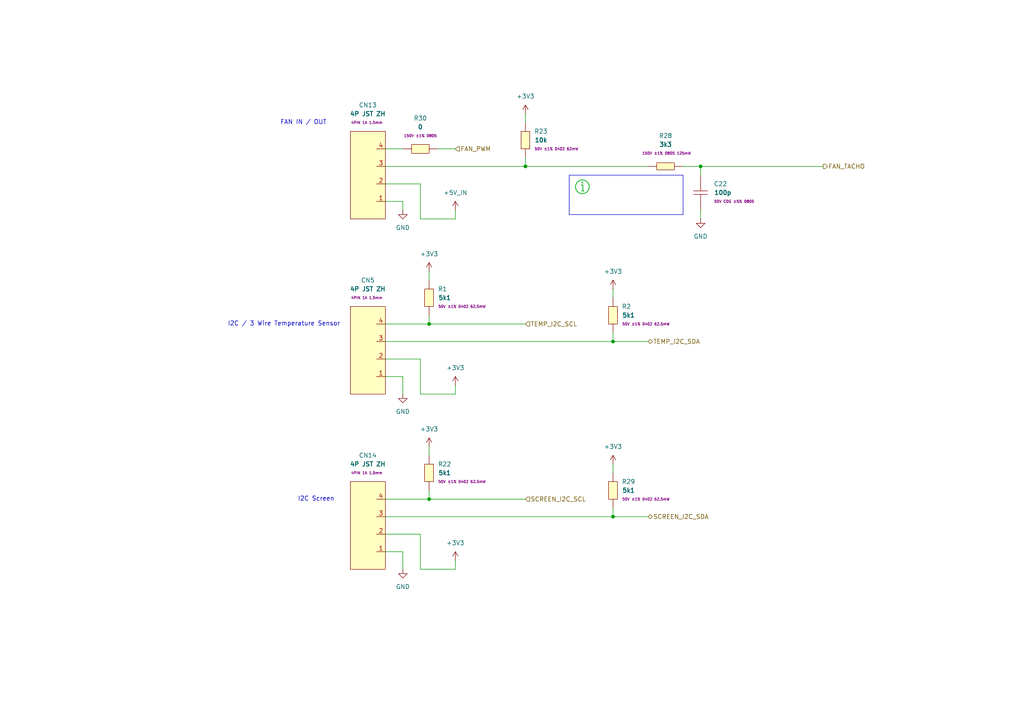
<source format=kicad_sch>
(kicad_sch (version 20231120) (generator "eeschema") (generator_version "8.0")
  (paper "A4")
  (lib_symbols
    (symbol "LiveAstra:C_100pF_C0G_0805" (pin_numbers hide) (pin_names hide)
      (property "Reference" "C" (at 0 8.89 0))
      (property "Value" "100p" (at 0 6.35 0))
      (property "Extra Values" "50V C0G ±5% 0805" (at 0 3.81 0))
      (symbol "C_100pF_C0G_0805_0_1"
        (polyline (pts (xy -2.54 0) (xy -0.51 0)))
        (polyline (pts (xy -0.51 2.03) (xy -0.51 -2.03)))
        (polyline (pts (xy 0.51 0) (xy 2.54 0)))
        (polyline (pts (xy 0.51 2.03) (xy 0.51 -2.03)))
      )
      (symbol "C_100pF_C0G_0805_1_1"
        (pin passive line (at -5.08 0 0) (length 2.54) (name "1") (number "1"))
        (pin passive line (at 5.08 0 180) (length 2.54) (name "2") (number "2"))
      )
    )
    (symbol "LiveAstra:JST_ZH_4PIN_1A_50V" (pin_names hide)
      (property "Reference" "CN" (at 0 19.05 0))
      (property "Value" "4P JST ZH" (at 0 16.51 0))
      (property "Extra Values" "4PIN 1A 1.5mm " (at 0 13.97 0))
      (symbol "JST_ZH_4PIN_1A_50V_0_1"
        (rectangle (start -5.08 12.7) (end 5.08 -12.7) (fill (type background)))
      )
      (symbol "JST_ZH_4PIN_1A_50V_1_1"
        (pin passive line (at -5.08 7.62 0) (length 2.54) (name "1") (number "1"))
        (pin passive line (at -5.08 2.54 0) (length 2.54) (name "2") (number "2"))
        (pin passive line (at -5.08 -2.54 0) (length 2.54) (name "3") (number "3"))
        (pin passive line (at -5.08 -7.62 0) (length 2.54) (name "4") (number "4"))
      )
    )
    (symbol "LiveAstra:R_0Ohm_0805_125mW" (pin_numbers hide) (pin_names hide)
      (property "Reference" "R" (at 0 7.62 0))
      (property "Value" "0" (at 0 5.08 0))
      (property "Extra Values" "150V ±1% 0805" (at 0 2.54 0))
      (symbol "R_0Ohm_0805_125mW_0_1"
        (rectangle (start -2.54 1.27) (end 2.54 -1.27) (fill (type background)))
      )
      (symbol "R_0Ohm_0805_125mW_1_1"
        (pin passive line (at -5.08 0 0) (length 2.54) (name "1") (number "1"))
        (pin passive line (at 5.08 0 180) (length 2.54) (name "2") (number "2"))
      )
    )
    (symbol "LiveAstra:R_10kOhm_0402_62mW" (pin_numbers hide) (pin_names hide)
      (property "Reference" "R" (at 0 7.62 0))
      (property "Value" "10k" (at 0 5.08 0))
      (property "Extra Values" "50V ±1% 0402 62mW" (at 0 2.54 0))
      (symbol "R_10kOhm_0402_62mW_0_1"
        (rectangle (start -2.54 1.27) (end 2.54 -1.27) (fill (type background)))
      )
      (symbol "R_10kOhm_0402_62mW_1_1"
        (pin passive line (at -5.08 0 0) (length 2.54) (name "1") (number "1"))
        (pin passive line (at 5.08 0 180) (length 2.54) (name "2") (number "2"))
      )
    )
    (symbol "LiveAstra:R_3k3Ohm_0805_125mW" (pin_numbers hide) (pin_names hide)
      (property "Reference" "R" (at 0 7.62 0))
      (property "Value" "3k3" (at 0 5.08 0))
      (property "Extra Values" " 150V ±1% 0805 125mW" (at 0 2.54 0))
      (symbol "R_3k3Ohm_0805_125mW_0_1"
        (rectangle (start -2.54 1.02) (end 2.54 -1.02) (fill (type background)))
      )
      (symbol "R_3k3Ohm_0805_125mW_1_1"
        (pin passive line (at -5.08 0 0) (length 2.54) (name "1") (number "1"))
        (pin passive line (at 5.08 0 180) (length 2.54) (name "2") (number "2"))
      )
    )
    (symbol "LiveAstra:R_5k1_0402_62mW" (pin_numbers hide) (pin_names hide)
      (property "Reference" "R" (at 0 7.62 0))
      (property "Value" "5k1" (at 0 5.08 0))
      (property "Extra Values" "50V ±1% 0402 62.5mW " (at 0 2.54 0))
      (symbol "R_5k1_0402_62mW_0_1"
        (rectangle (start -2.54 1.27) (end 2.54 -1.27) (fill (type background)))
      )
      (symbol "R_5k1_0402_62mW_1_1"
        (pin passive line (at -5.08 0 0) (length 2.54) (name "1") (number "1"))
        (pin passive line (at 5.08 0 180) (length 2.54) (name "2") (number "2"))
      )
    )
    (symbol "power:+3V3" (power) (pin_numbers hide) (pin_names (offset 0) hide)
      (property "Value" "+3V3" (at 0 3.556 0))
      (symbol "+3V3_0_1"
        (polyline (pts (xy -0.762 1.27) (xy 0 2.54)))
        (polyline (pts (xy 0 0) (xy 0 2.54)))
        (polyline (pts (xy 0 2.54) (xy 0.762 1.27)))
      )
      (symbol "+3V3_1_1"
        (pin power_in line (at 0 0 90) (length 0) (name "~") (number "1"))
      )
    )
    (symbol "power:+5V_IN" (power) (pin_numbers hide) (pin_names (offset 0) hide)
      (property "Value" "+5V_IN" (at 0 3.556 0))
      (symbol "+5V_IN_0_1"
        (polyline (pts (xy -0.762 1.27) (xy 0 2.54)))
        (polyline (pts (xy 0 0) (xy 0 2.54)))
        (polyline (pts (xy 0 2.54) (xy 0.762 1.27)))
      )
      (symbol "+5V_IN_1_1"
        (pin power_in line (at 0 0 90) (length 0) (name "~") (number "1"))
      )
    )
    (symbol "power:GND" (power) (pin_numbers hide) (pin_names (offset 0) hide)
      (property "Value" "GND" (at 0 -3.81 0))
      (symbol "GND_0_1"
        (polyline (pts (xy 0 0) (xy 0 -1.27) (xy 1.27 -1.27) (xy 0 -2.54) (xy -1.27 -1.27) (xy 0 -1.27)))
      )
      (symbol "GND_1_1"
        (pin power_in line (at 0 0 270) (length 0) (name "~") (number "1"))
      )
    )
  )
  (junction (at 152.4 48.26))
  (junction (at 203.2 48.26))
  (junction (at 177.8 149.86))
  (junction (at 177.8 99.06))
  (junction (at 124.46 144.78))
  (junction (at 124.46 93.98))
  (wire (pts (xy 124.46 78.74) (xy 124.46 81.28)))
  (wire (pts (xy 121.92 104.14) (xy 121.92 114.3)))
  (polyline (pts (xy 168.91 52.07) (xy 168.91 52.07)) (stroke (width -0.0001) (type solid)))
  (wire (pts (xy 111.76 48.26) (xy 152.4 48.26)))
  (wire (pts (xy 124.46 91.44) (xy 124.46 93.98)))
  (wire (pts (xy 177.8 96.52) (xy 177.8 99.06)))
  (wire (pts (xy 203.2 48.26) (xy 238.76 48.26)))
  (wire (pts (xy 132.08 60.96) (xy 132.08 63.5)))
  (wire (pts (xy 121.92 53.34) (xy 121.92 63.5)))
  (wire (pts (xy 121.92 154.94) (xy 121.92 165.1)))
  (wire (pts (xy 111.76 53.34) (xy 121.92 53.34)))
  (wire (pts (xy 198.12 48.26) (xy 203.2 48.26)))
  (wire (pts (xy 116.84 58.42) (xy 111.76 58.42)))
  (wire (pts (xy 111.76 104.14) (xy 121.92 104.14)))
  (wire (pts (xy 116.84 160.02) (xy 111.76 160.02)))
  (wire (pts (xy 111.76 99.06) (xy 177.8 99.06)))
  (wire (pts (xy 111.76 93.98) (xy 124.46 93.98)))
  (wire (pts (xy 152.4 48.26) (xy 187.96 48.26)))
  (wire (pts (xy 177.8 99.06) (xy 187.96 99.06)))
  (wire (pts (xy 116.84 60.96) (xy 116.84 58.42)))
  (wire (pts (xy 152.4 45.72) (xy 152.4 48.26)))
  (wire (pts (xy 152.4 33.02) (xy 152.4 35.56)))
  (wire (pts (xy 111.76 144.78) (xy 124.46 144.78)))
  (wire (pts (xy 121.92 165.1) (xy 132.08 165.1)))
  (wire (pts (xy 116.84 165.1) (xy 116.84 160.02)))
  (wire (pts (xy 116.84 109.22) (xy 111.76 109.22)))
  (wire (pts (xy 203.2 63.5) (xy 203.2 60.96)))
  (wire (pts (xy 121.92 63.5) (xy 132.08 63.5)))
  (wire (pts (xy 116.84 114.3) (xy 116.84 109.22)))
  (wire (pts (xy 177.8 83.82) (xy 177.8 86.36)))
  (wire (pts (xy 203.2 48.26) (xy 203.2 50.8)))
  (wire (pts (xy 124.46 129.54) (xy 124.46 132.08)))
  (wire (pts (xy 121.92 114.3) (xy 132.08 114.3)))
  (wire (pts (xy 124.46 93.98) (xy 152.4 93.98)))
  (wire (pts (xy 111.76 149.86) (xy 177.8 149.86)))
  (wire (pts (xy 124.46 144.78) (xy 152.4 144.78)))
  (wire (pts (xy 116.84 43.18) (xy 111.76 43.18)))
  (wire (pts (xy 132.08 162.56) (xy 132.08 165.1)))
  (wire (pts (xy 124.46 142.24) (xy 124.46 144.78)))
  (wire (pts (xy 127 43.18) (xy 132.08 43.18)))
  (wire (pts (xy 177.8 147.32) (xy 177.8 149.86)))
  (wire (pts (xy 132.08 111.76) (xy 132.08 114.3)))
  (wire (pts (xy 177.8 149.86) (xy 187.96 149.86)))
  (wire (pts (xy 177.8 134.62) (xy 177.8 137.16)))
  (wire (pts (xy 111.76 154.94) (xy 121.92 154.94)))
  (rectangle (start 165.1 50.8) (end 198.12 62.23))
  (polyline (pts (xy 168.9236 52.7318) (xy 168.937 52.7328) (xy 168.9503 52.7345) (xy 168.9633 52.7368) (xy 168.9761 52.7398) (xy 168.9886 52.7434) (xy 169.0009 52.7475) (xy 169.013 52.7523) (xy 169.0247 52.7575) (xy 169.0361 52.7634) (xy 169.0472 52.7698) (xy 169.0579 52.7766) (xy 169.0683 52.784) (xy 169.0783 52.7919) (xy 169.0879 52.8002) (xy 169.0971 52.809) (xy 169.1058 52.8181) (xy 169.1141 52.8277) (xy 169.122 52.8377) (xy 169.1294 52.8481) (xy 169.1362 52.8588) (xy 169.1426 52.8699) (xy 169.1485 52.8813) (xy 169.1538 52.8931) (xy 169.1585 52.9051) (xy 169.1627 52.9174) (xy 169.1662 52.9299) (xy 169.1692 52.9427) (xy 169.1715 52.9557) (xy 169.1732 52.969) (xy 169.1742 52.9824) (xy 169.1745 52.996) (xy 169.1742 53.0097) (xy 169.1732 53.0231) (xy 169.1715 53.0363) (xy 169.1692 53.0494) (xy 169.1662 53.0622) (xy 169.1627 53.0747) (xy 169.1585 53.087) (xy 169.1538 53.099) (xy 169.1485 53.1107) (xy 169.1426 53.1222) (xy 169.1362 53.1332) (xy 169.1294 53.144) (xy 169.122 53.1543) (xy 169.1141 53.1643) (xy 169.1058 53.1739) (xy 169.0971 53.1831) (xy 169.0879 53.1919) (xy 169.0783 53.2002) (xy 169.0683 53.2081) (xy 169.0579 53.2154) (xy 169.0472 53.2223) (xy 169.0361 53.2287) (xy 169.0247 53.2345) (xy 169.013 53.2398) (xy 169.0009 53.2446) (xy 168.9886 53.2487) (xy 168.9761 53.2523) (xy 168.9633 53.2552) (xy 168.9503 53.2576) (xy 168.937 53.2593) (xy 168.9236 53.2603) (xy 168.91 53.2606) (xy 168.8964 53.2603) (xy 168.8829 53.2593) (xy 168.8697 53.2576) (xy 168.8566 53.2552) (xy 168.8438 53.2523) (xy 168.8313 53.2487) (xy 168.819 53.2446) (xy 168.807 53.2398) (xy 168.7953 53.2345) (xy 168.7839 53.2287) (xy 168.7728 53.2223) (xy 168.762 53.2154) (xy 168.7517 53.2081) (xy 168.7417 53.2002) (xy 168.7321 53.1919) (xy 168.7229 53.1831) (xy 168.7141 53.1739) (xy 168.7058 53.1643) (xy 168.6979 53.1543) (xy 168.6906 53.144) (xy 168.6837 53.1332) (xy 168.6773 53.1222) (xy 168.6715 53.1107) (xy 168.6662 53.099) (xy 168.6614 53.087) (xy 168.6573 53.0747) (xy 168.6537 53.0622) (xy 168.6508 53.0494) (xy 168.6484 53.0363) (xy 168.6467 53.0231) (xy 168.6457 53.0097) (xy 168.6454 52.996) (xy 168.6457 52.9824) (xy 168.6467 52.969) (xy 168.6484 52.9557) (xy 168.6508 52.9427) (xy 168.6537 52.9299) (xy 168.6573 52.9174) (xy 168.6614 52.9051) (xy 168.6662 52.8931) (xy 168.6715 52.8813) (xy 168.6773 52.8699) (xy 168.6837 52.8588) (xy 168.6906 52.8481) (xy 168.6979 52.8377) (xy 168.7058 52.8277) (xy 168.7141 52.8181) (xy 168.7229 52.809) (xy 168.7321 52.8002) (xy 168.7417 52.7919) (xy 168.7517 52.784) (xy 168.762 52.7766) (xy 168.7728 52.7698) (xy 168.7839 52.7634) (xy 168.7953 52.7575) (xy 168.807 52.7523) (xy 168.819 52.7475) (xy 168.8313 52.7434) (xy 168.8438 52.7398) (xy 168.8566 52.7368) (xy 168.8697 52.7345) (xy 168.8829 52.7328) (xy 168.8964 52.7318) (xy 168.91 52.7315) (xy 168.9236 52.7318)) (stroke (width -0.0001) (type solid)) (fill (type color) (color 34 187 51 1)))
  (polyline (pts (xy 168.9231 53.5255) (xy 168.9361 53.5265) (xy 168.949 53.5281) (xy 168.9618 53.5303) (xy 168.9745 53.5332) (xy 168.9869 53.5366) (xy 168.9992 53.5407) (xy 169.0112 53.5453) (xy 169.023 53.5506) (xy 169.0346 53.5564) (xy 169.0458 53.5627) (xy 169.0568 53.5697) (xy 169.0674 53.5771) (xy 169.0776 53.5851) (xy 169.0875 53.5937) (xy 169.0971 53.6027) (xy 169.1061 53.6122) (xy 169.1146 53.6221) (xy 169.1226 53.6324) (xy 169.1301 53.643) (xy 169.137 53.6539) (xy 169.1434 53.6652) (xy 169.1492 53.6767) (xy 169.1544 53.6885) (xy 169.1591 53.7006) (xy 169.1631 53.7128) (xy 169.1666 53.7253) (xy 169.1694 53.7379) (xy 169.1717 53.7507) (xy 169.1733 53.7636) (xy 169.1742 53.7767) (xy 169.1745 53.7898) (xy 169.1745 55.245) (xy 169.4391 55.245) (xy 169.4391 55.5096) (xy 168.6454 55.5096) (xy 168.6454 55.245) (xy 168.91 55.245) (xy 168.91 53.7898) (xy 168.5131 53.7898) (xy 168.5131 53.5252) (xy 168.91 53.5252) (xy 168.9231 53.5255)) (stroke (width -0.0001) (type solid)) (fill (type color) (color 34 187 51 1)))
  (polyline (pts (xy 169.0149 52.0726) (xy 169.1192 52.0804) (xy 169.2225 52.0932) (xy 169.3248 52.111) (xy 169.4259 52.1338) (xy 169.5256 52.1615) (xy 169.6237 52.1939) (xy 169.72 52.2311) (xy 169.8144 52.2729) (xy 169.9067 52.3194) (xy 169.9967 52.3703) (xy 170.0843 52.4256) (xy 170.1693 52.4853) (xy 170.2514 52.5493) (xy 170.3306 52.6176) (xy 170.4067 52.69) (xy 170.4791 52.766) (xy 170.5473 52.8452) (xy 170.6113 52.9274) (xy 170.671 53.0123) (xy 170.7264 53.0999) (xy 170.7773 53.1899) (xy 170.8237 53.2823) (xy 170.8655 53.3767) (xy 170.9027 53.473) (xy 170.9351 53.5711) (xy 170.9628 53.6707) (xy 170.9856 53.7718) (xy 171.0034 53.8741) (xy 171.0163 53.9775) (xy 171.024 54.0817) (xy 171.0266 54.1867) (xy 171.0251 54.2667) (xy 171.0206 54.3461) (xy 171.0132 54.4249) (xy 171.0029 54.5031) (xy 170.9898 54.5804) (xy 170.9738 54.657) (xy 170.9551 54.7326) (xy 170.9337 54.8073) (xy 170.9096 54.881) (xy 170.8829 54.9536) (xy 170.8536 55.025) (xy 170.8217 55.0952) (xy 170.7874 55.1642) (xy 170.7506 55.2318) (xy 170.7115 55.2979) (xy 170.6699 55.3626) (xy 170.626 55.4258) (xy 170.5799 55.4873) (xy 170.5315 55.5471) (xy 170.481 55.6052) (xy 170.4283 55.6615) (xy 170.3735 55.7159) (xy 170.3167 55.7684) (xy 170.2578 55.8188) (xy 170.197 55.8672) (xy 170.1343 55.9134) (xy 170.0697 55.9575) (xy 170.0032 55.9992) (xy 169.935 56.0387) (xy 169.865 56.0757) (xy 169.7933 56.1102) (xy 169.72 56.1422) (xy 169.5704 56.1977) (xy 169.4186 56.2414) (xy 169.2653 56.2734) (xy 169.111 56.2939) (xy 168.9564 56.3029) (xy 168.8022 56.3006) (xy 168.6488 56.2872) (xy 168.497 56.2627) (xy 168.3474 56.2272) (xy 168.2006 56.181) (xy 168.0572 56.124) (xy 167.9178 56.0565) (xy 167.7831 55.9786) (xy 167.6537 55.8903) (xy 167.5302 55.7919) (xy 167.4133 55.6834) (xy 167.3047 55.5664) (xy 167.2063 55.4429) (xy 167.118 55.3135) (xy 167.0401 55.1788) (xy 166.9726 55.0394) (xy 166.9157 54.896) (xy 166.8694 54.7492) (xy 166.834 54.5996) (xy 166.8095 54.4478) (xy 166.796 54.2945) (xy 166.795 54.2273) (xy 167.0583 54.2273) (xy 167.0662 54.3626) (xy 167.0841 54.4976) (xy 167.1121 54.6317) (xy 167.1503 54.7645) (xy 167.1989 54.8954) (xy 167.2571 55.0223) (xy 167.324 55.1433) (xy 167.399 55.2579) (xy 167.4818 55.366) (xy 167.5719 55.4673) (xy 167.6687 55.5613) (xy 167.7719 55.6479) (xy 167.881 55.7266) (xy 167.9955 55.7973) (xy 168.115 55.8595) (xy 168.2389 55.913) (xy 168.3669 55.9574) (xy 168.4985 55.9925) (xy 168.6331 56.018) (xy 168.7705 56.0335) (xy 168.91 56.0387) (xy 169.0018 56.0365) (xy 169.093 56.0297) (xy 169.1835 56.0185) (xy 169.273 56.0028) (xy 169.3614 55.9829) (xy 169.4486 55.9587) (xy 169.5344 55.9303) (xy 169.6187 55.8978) (xy 169.7013 55.8612) (xy 169.7821 55.8206) (xy 169.8609 55.776) (xy 169.9375 55.7276) (xy 170.0118 55.6753) (xy 170.0837 55.6193) (xy 170.153 55.5596) (xy 170.2196 55.4963) (xy 170.2829 55.4297) (xy 170.3426 55.3604) (xy 170.3986 55.2885) (xy 170.4509 55.2142) (xy 170.4993 55.1376) (xy 170.5439 55.0588) (xy 170.5845 54.978) (xy 170.6211 54.8954) (xy 170.6536 54.8111) (xy 170.682 54.7253) (xy 170.7062 54.6381) (xy 170.7261 54.5497) (xy 170.7418 54.4602) (xy 170.753 54.3697) (xy 170.7598 54.2785) (xy 170.762 54.1867) (xy 170.7607 54.1167) (xy 170.7568 54.0472) (xy 170.7503 53.9782) (xy 170.7413 53.9098) (xy 170.7298 53.8421) (xy 170.7158 53.7752) (xy 170.6995 53.709) (xy 170.6807 53.6436) (xy 170.6596 53.5791) (xy 170.6363 53.5156) (xy 170.6106 53.4531) (xy 170.5828 53.3917) (xy 170.5527 53.3313) (xy 170.5206 53.2722) (xy 170.4863 53.2143) (xy 170.4499 53.1577) (xy 170.4115 53.1025) (xy 170.3712 53.0486) (xy 170.3288 52.9963) (xy 170.2846 52.9454) (xy 170.2385 52.8962) (xy 170.1906 52.8486) (xy 170.1408 52.8027) (xy 170.0893 52.7585) (xy 170.0361 52.7162) (xy 169.9812 52.6757) (xy 169.9247 52.6372) (xy 169.8666 52.6007) (xy 169.8069 52.5662) (xy 169.7456 52.5338) (xy 169.6829 52.5036) (xy 169.6187 52.4756) (xy 169.4878 52.427) (xy 169.355 52.3888) (xy 169.2209 52.3608) (xy 169.0859 52.3429) (xy 168.9506 52.335) (xy 168.8156 52.337) (xy 168.6815 52.3487) (xy 168.5486 52.3702) (xy 168.4177 52.4012) (xy 168.2893 52.4417) (xy 168.1638 52.4915) (xy 168.0419 52.5505) (xy 167.924 52.6187) (xy 167.8108 52.696) (xy 167.7027 52.7821) (xy 167.6003 52.877) (xy 167.5054 52.9794) (xy 167.4193 53.0875) (xy 167.342 53.2007) (xy 167.2738 53.3186) (xy 167.2148 53.4405) (xy 167.165 53.566) (xy 167.1245 53.6944) (xy 167.0935 53.8253) (xy 167.072 53.9582) (xy 167.0603 54.0923) (xy 167.0583 54.2273) (xy 166.795 54.2273) (xy 166.7937 54.1402) (xy 166.8028 53.9856) (xy 166.8232 53.8314) (xy 166.8552 53.678) (xy 166.8989 53.5263) (xy 166.9544 53.3767) (xy 167.021 53.2316) (xy 167.0974 53.0934) (xy 167.1832 52.9624) (xy 167.2778 52.8388) (xy 167.3807 52.7231) (xy 167.4914 52.6156) (xy 167.6093 52.5167) (xy 167.734 52.4267) (xy 167.8649 52.346) (xy 168.0014 52.2749) (xy 168.143 52.2137) (xy 168.2893 52.1629) (xy 168.4397 52.1228) (xy 168.5936 52.0937) (xy 168.7505 52.076) (xy 168.91 52.07) (xy 169.0149 52.0726)) (stroke (width -0.0001) (type solid)) (fill (type color) (color 34 187 51 1)))
  (text "FAN IN / OUT" (at 81.28 35.56 0) (effects (font (size 1.27 1.27)) (justify left)))
  (text "Cutoff frequency: 482kHz" (at 167.64 58.42 0) (effects (font (size 1.5 1.5)) (justify left top)))
  (text "I2C / 3 Wire Temperature Sensor" (at 66.04 93.98 0) (effects (font (size 1.27 1.27)) (justify left)))
  (text "RC Filter" (at 172.72 55.88 0) (effects (font (size 3 3)) (justify left)))
  (text "I2C Screen" (at 86.36 144.78 0) (effects (font (size 1.27 1.27)) (justify left)))
  (hierarchical_label "FAN_PWM" (shape input) (at 132.08 43.18 0))
  (hierarchical_label "SCREEN_I2C_SDA" (shape bidirectional) (at 187.96 149.86 0))
  (hierarchical_label "TEMP_I2C_SCL" (shape input) (at 152.4 93.98 0))
  (hierarchical_label "FAN_TACHO" (shape output) (at 238.76 48.26 0))
  (hierarchical_label "SCREEN_I2C_SCL" (shape input) (at 152.4 144.78 0))
  (hierarchical_label "TEMP_I2C_SDA" (shape bidirectional) (at 187.96 99.06 0))
  (symbol (lib_id "LiveAstra:JST_ZH_4PIN_1A_50V") (at 106.68 50.8 180) (unit 1)
    (property "Reference" "CN13" (at 106.68 30.48 0))
    (property "Value" "4P JST ZH" (at 106.68 33.02 0) (effects (font (bold yes))))
    (property "Footprint" "LiveAstra:CONN-TH_B4B-ZR-3.4-LF-SN" (effects (hide yes)))
    (property "Datasheet" "https://lcsc.com/product-detail/ZH-Connectors-1-5mm_JST_B4B-ZR-3-4-LF-SN_ZHsocket-1-4P-pitch1-5mm_C163034.html" (effects (hide yes)))
    (property "LCSC Part" "C163034" (effects (hide yes)))
    (property "Extra Values" "4PIN 1A 1.5mm " (at 106.68 35.56 0) (effects (font (size 0.762 0.762) (bold yes))))
  )
  (symbol (lib_id "power:+3V3") (at 152.4 33.02 0) (unit 1)
    (property "Reference" "#PWR080" (effects (hide yes)))
    (property "Value" "+3V3" (at 152.4 27.94 0))
    (property "Description" "Power symbol creates a global label with name \"+3V3\"" (effects (hide yes)))
  )
  (symbol (lib_id "power:+3V3") (at 177.8 83.82 0) (unit 1)
    (property "Reference" "#PWR08" (effects (hide yes)))
    (property "Value" "+3V3" (at 177.8 78.74 0))
    (property "Description" "Power symbol creates a global label with name \"+3V3\"" (effects (hide yes)))
  )
  (symbol (lib_id "LiveAstra:JST_ZH_4PIN_1A_50V") (at 106.68 152.4 180) (unit 1)
    (property "Reference" "CN14" (at 106.68 132.08 0))
    (property "Value" "4P JST ZH" (at 106.68 134.62 0) (effects (font (bold yes))))
    (property "Footprint" "LiveAstra:CONN-TH_B4B-ZR-3.4-LF-SN" (effects (hide yes)))
    (property "Datasheet" "https://lcsc.com/product-detail/ZH-Connectors-1-5mm_JST_B4B-ZR-3-4-LF-SN_ZHsocket-1-4P-pitch1-5mm_C163034.html" (effects (hide yes)))
    (property "LCSC Part" "C163034" (effects (hide yes)))
    (property "Extra Values" "4PIN 1A 1.5mm " (at 106.68 137.16 0) (effects (font (size 0.762 0.762) (bold yes))))
  )
  (symbol (lib_id "LiveAstra:R_5k1_0402_62mW") (at 124.46 86.36 90) (unit 1)
    (property "Reference" "R1" (at 127 83.8199 90) (effects (justify right)))
    (property "Value" "5k1" (at 127 86.36 90) (effects (font (bold yes)) (justify right)))
    (property "Footprint" "LiveAstra:R0402" (effects (hide yes)))
    (property "Datasheet" "https://lcsc.com/product-detail/Chip-Resistor-Surface-Mount-UniOhm_5-1KR-5101-1_C25905.html" (effects (hide yes)))
    (property "Description" "Thick Film Resistor" (effects (hide yes)))
    (property "LCSC Part" "C25905" (effects (hide yes)))
    (property "Extra Values" "50V ±1% 0402 62.5mW " (at 127 88.8999 90) (effects (font (size 0.762 0.762) (bold yes)) (justify right)))
  )
  (symbol (lib_id "LiveAstra:R_5k1_0402_62mW") (at 177.8 91.44 90) (unit 1)
    (property "Reference" "R2" (at 180.34 88.8999 90) (effects (justify right)))
    (property "Value" "5k1" (at 180.34 91.44 90) (effects (font (bold yes)) (justify right)))
    (property "Footprint" "LiveAstra:R0402" (effects (hide yes)))
    (property "Datasheet" "https://lcsc.com/product-detail/Chip-Resistor-Surface-Mount-UniOhm_5-1KR-5101-1_C25905.html" (effects (hide yes)))
    (property "Description" "Thick Film Resistor" (effects (hide yes)))
    (property "LCSC Part" "C25905" (effects (hide yes)))
    (property "Extra Values" "50V ±1% 0402 62.5mW " (at 180.34 93.9799 90) (effects (font (size 0.762 0.762) (bold yes)) (justify right)))
  )
  (symbol (lib_id "LiveAstra:C_100pF_C0G_0805") (at 203.2 55.88 90) (unit 1)
    (property "Reference" "C22" (at 207.01 53.3399 90) (effects (justify right)))
    (property "Value" "100p" (at 207.01 55.88 90) (effects (font (bold yes)) (justify right)))
    (property "Footprint" "LiveAstra:C0805" (effects (hide yes)))
    (property "Datasheet" "https://lcsc.com/product-detail/Multilayer-Ceramic-Capacitors-MLCC-SMD-SMT_SAMSUNG_CL21C101JBANNNC_100pF-101-5-50V_C1790.html" (effects (hide yes)))
    (property "Description" "Multilayer Ceramic Capacitors" (effects (hide yes)))
    (property "LCSC Part" "C1790" (effects (hide yes)))
    (property "Extra Values" "50V C0G ±5% 0805" (at 207.01 58.4199 90) (effects (font (size 0.762 0.762) (bold yes)) (justify right)))
  )
  (symbol (lib_id "power:+3V3") (at 132.08 111.76 0) (unit 1)
    (property "Reference" "#PWR041" (effects (hide yes)))
    (property "Value" "+3V3" (at 132.08 106.68 0))
    (property "Description" "Power symbol creates a global label with name \"+3V3\"" (effects (hide yes)))
  )
  (symbol (lib_id "LiveAstra:R_10kOhm_0402_62mW") (at 152.4 40.64 90) (unit 1)
    (property "Reference" "R23" (at 154.94 38.0999 90) (effects (justify right)))
    (property "Value" "10k" (at 154.94 40.64 90) (effects (font (bold yes)) (justify right)))
    (property "Footprint" "LiveAstra:R0402" (effects (hide yes)))
    (property "Datasheet" "https://wmsc.lcsc.com/wmsc/upload/file/pdf/v2/lcsc/2206010100_UNI-ROYAL-Uniroyal-Elec-0402WGF1002TCE_C25744.pdf" (effects (hide yes)))
    (property "Description" "Thick Film Resistors" (effects (hide yes)))
    (property "LCSC Part" "C25744" (effects (hide yes)))
    (property "Extra Values" "50V ±1% 0402 62mW" (at 154.94 43.1799 90) (effects (font (size 0.762 0.762) (bold yes)) (justify right)))
  )
  (symbol (lib_id "power:GND") (at 116.84 165.1 0) (unit 1)
    (property "Reference" "#PWR076" (effects (hide yes)))
    (property "Value" "GND" (at 116.84 170.18 0))
    (property "Description" "Power symbol creates a global label with name \"GND\" , ground" (effects (hide yes)))
  )
  (symbol (lib_id "LiveAstra:R_5k1_0402_62mW") (at 177.8 142.24 90) (unit 1)
    (property "Reference" "R29" (at 180.34 139.6999 90) (effects (justify right)))
    (property "Value" "5k1" (at 180.34 142.24 90) (effects (font (bold yes)) (justify right)))
    (property "Footprint" "LiveAstra:R0402" (effects (hide yes)))
    (property "Datasheet" "https://lcsc.com/product-detail/Chip-Resistor-Surface-Mount-UniOhm_5-1KR-5101-1_C25905.html" (effects (hide yes)))
    (property "Description" "Thick Film Resistor" (effects (hide yes)))
    (property "LCSC Part" "C25905" (effects (hide yes)))
    (property "Extra Values" "50V ±1% 0402 62.5mW " (at 180.34 144.7799 90) (effects (font (size 0.762 0.762) (bold yes)) (justify right)))
  )
  (symbol (lib_id "LiveAstra:R_5k1_0402_62mW") (at 124.46 137.16 90) (unit 1)
    (property "Reference" "R22" (at 127 134.6199 90) (effects (justify right)))
    (property "Value" "5k1" (at 127 137.16 90) (effects (font (bold yes)) (justify right)))
    (property "Footprint" "LiveAstra:R0402" (effects (hide yes)))
    (property "Datasheet" "https://lcsc.com/product-detail/Chip-Resistor-Surface-Mount-UniOhm_5-1KR-5101-1_C25905.html" (effects (hide yes)))
    (property "Description" "Thick Film Resistor" (effects (hide yes)))
    (property "LCSC Part" "C25905" (effects (hide yes)))
    (property "Extra Values" "50V ±1% 0402 62.5mW " (at 127 139.6999 90) (effects (font (size 0.762 0.762) (bold yes)) (justify right)))
  )
  (symbol (lib_id "power:GND") (at 116.84 60.96 0) (unit 1)
    (property "Reference" "#PWR075" (effects (hide yes)))
    (property "Value" "GND" (at 116.84 66.04 0))
    (property "Description" "Power symbol creates a global label with name \"GND\" , ground" (effects (hide yes)))
  )
  (symbol (lib_id "power:+3V3") (at 124.46 78.74 0) (unit 1)
    (property "Reference" "#PWR05" (effects (hide yes)))
    (property "Value" "+3V3" (at 124.46 73.66 0))
    (property "Description" "Power symbol creates a global label with name \"+3V3\"" (effects (hide yes)))
  )
  (symbol (lib_id "power:GND") (at 116.84 114.3 0) (unit 1)
    (property "Reference" "#PWR043" (effects (hide yes)))
    (property "Value" "GND" (at 116.84 119.38 0))
    (property "Description" "Power symbol creates a global label with name \"GND\" , ground" (effects (hide yes)))
  )
  (symbol (lib_id "LiveAstra:R_3k3Ohm_0805_125mW") (at 193.04 48.26 0) (unit 1)
    (property "Reference" "R28" (at 193.04 39.37 0))
    (property "Value" "3k3" (at 193.04 41.91 0) (effects (font (bold yes))))
    (property "Footprint" "LiveAstra:R0805" (effects (hide yes)))
    (property "Datasheet" "https://lcsc.com/product-detail/Chip-Resistor-Surface-Mount-UniOhm_3-3KR-3301-1_C26010.html" (effects (hide yes)))
    (property "Description" "Thick Film Resistor" (effects (hide yes)))
    (property "LCSC Part" "C26010" (effects (hide yes)))
    (property "Extra Values" " 150V ±1% 0805 125mW" (at 193.04 44.45 0) (effects (font (size 0.762 0.762) (bold yes))))
  )
  (symbol (lib_id "power:+3V3") (at 124.46 129.54 0) (unit 1)
    (property "Reference" "#PWR077" (effects (hide yes)))
    (property "Value" "+3V3" (at 124.46 124.46 0))
    (property "Description" "Power symbol creates a global label with name \"+3V3\"" (effects (hide yes)))
  )
  (symbol (lib_id "LiveAstra:R_0Ohm_0805_125mW") (at 121.92 43.18 0) (unit 1)
    (property "Reference" "R30" (at 121.92 34.29 0))
    (property "Value" "0" (at 121.92 36.83 0) (effects (font (bold yes))))
    (property "Footprint" "LiveAstra:R0805" (effects (hide yes)))
    (property "Datasheet" "https://lcsc.com/product-detail/Chip-Resistor-Surface-Mount-UniOhm_0R-0R0-1_C17477.html" (effects (hide yes)))
    (property "Description" "Thick Film Resistors" (effects (hide yes)))
    (property "LCSC Part" "C17477" (effects (hide yes)))
    (property "Extra Values" "150V ±1% 0805" (at 121.92 39.37 0) (effects (font (size 0.762 0.762) (bold yes))))
  )
  (symbol (lib_id "power:+3V3") (at 132.08 162.56 0) (unit 1)
    (property "Reference" "#PWR082" (effects (hide yes)))
    (property "Value" "+3V3" (at 132.08 157.48 0))
    (property "Description" "Power symbol creates a global label with name \"+3V3\"" (effects (hide yes)))
  )
  (symbol (lib_id "power:+3V3") (at 177.8 134.62 0) (unit 1)
    (property "Reference" "#PWR083" (effects (hide yes)))
    (property "Value" "+3V3" (at 177.8 129.54 0))
    (property "Description" "Power symbol creates a global label with name \"+3V3\"" (effects (hide yes)))
  )
  (symbol (lib_id "LiveAstra:JST_ZH_4PIN_1A_50V") (at 106.68 101.6 180) (unit 1)
    (property "Reference" "CN5" (at 106.68 81.28 0))
    (property "Value" "4P JST ZH" (at 106.68 83.82 0) (effects (font (bold yes))))
    (property "Footprint" "LiveAstra:CONN-TH_B4B-ZR-3.4-LF-SN" (effects (hide yes)))
    (property "Datasheet" "https://lcsc.com/product-detail/ZH-Connectors-1-5mm_JST_B4B-ZR-3-4-LF-SN_ZHsocket-1-4P-pitch1-5mm_C163034.html" (effects (hide yes)))
    (property "LCSC Part" "C163034" (effects (hide yes)))
    (property "Extra Values" "4PIN 1A 1.5mm " (at 106.68 86.36 0) (effects (font (size 0.762 0.762) (bold yes))))
  )
  (symbol (lib_id "power:+5V_IN") (at 132.08 60.96 0) (unit 1)
    (property "Reference" "#PWR074" (effects (hide yes)))
    (property "Value" "+5V_IN" (at 132.08 55.88 0))
    (property "Description" "Power symbol creates a global label with name \"+5V_IN\"" (effects (hide yes)))
  )
  (symbol (lib_id "power:GND") (at 203.2 63.5 0) (unit 1)
    (property "Reference" "#PWR081" (effects (hide yes)))
    (property "Value" "GND" (at 203.2 68.58 0))
    (property "Description" "Power symbol creates a global label with name \"GND\" , ground" (effects (hide yes)))
  )
)
</source>
